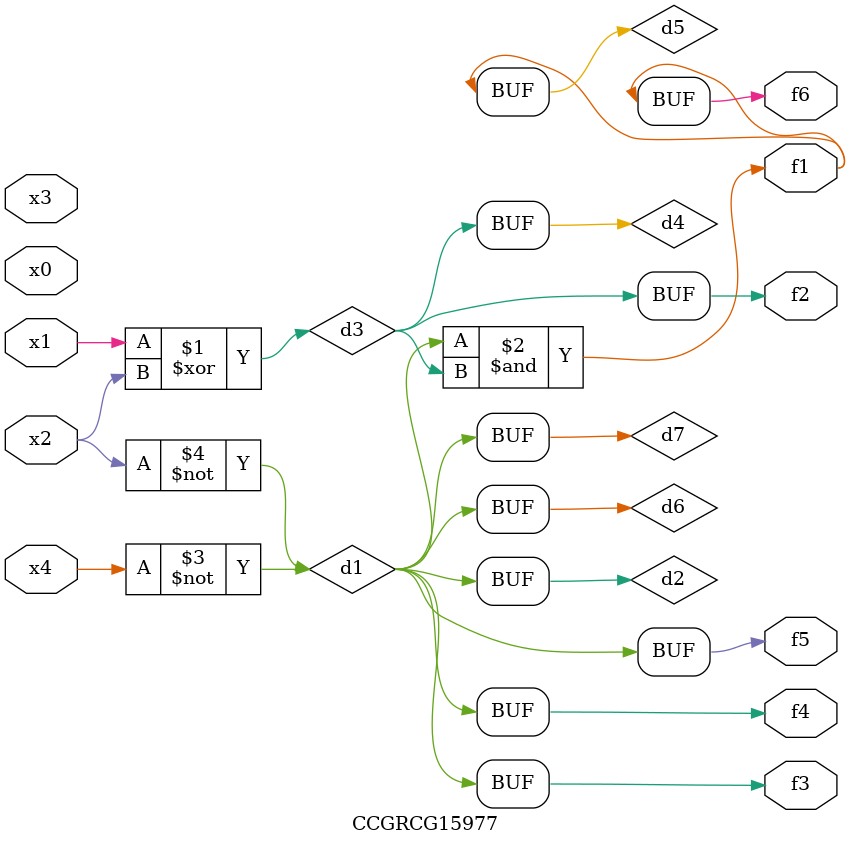
<source format=v>
module CCGRCG15977(
	input x0, x1, x2, x3, x4,
	output f1, f2, f3, f4, f5, f6
);

	wire d1, d2, d3, d4, d5, d6, d7;

	not (d1, x4);
	not (d2, x2);
	xor (d3, x1, x2);
	buf (d4, d3);
	and (d5, d1, d3);
	buf (d6, d1, d2);
	buf (d7, d2);
	assign f1 = d5;
	assign f2 = d4;
	assign f3 = d7;
	assign f4 = d7;
	assign f5 = d7;
	assign f6 = d5;
endmodule

</source>
